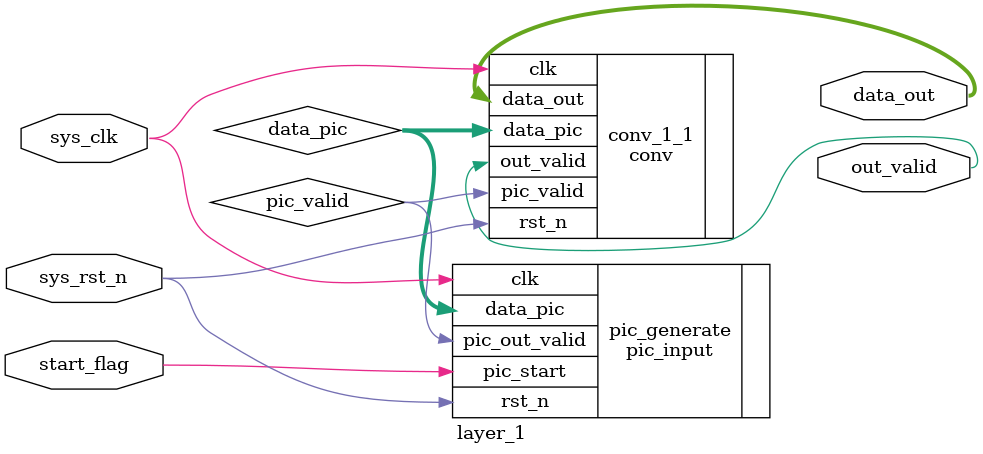
<source format=v>
`timescale 1ns / 1ps
module layer_1
(
    input                 sys_clk     ,
    input                 sys_rst_n   ,
    input                 start_flag  ,  //开始标志
    output    [32:0]      data_out    ,
    output                out_valid
);
    wire        [15:0]      data_pic        ;
    wire                    pic_valid       ;
pic_input   pic_generate(
    .clk            (sys_clk        ),
    .rst_n          (sys_rst_n      ),
    .pic_start      (start_flag     ),

    .pic_out_valid  (pic_valid      ),
    .data_pic       (data_pic       )
);
conv    conv_1_1(
    .clk            (sys_clk        ),
    .rst_n          (sys_rst_n      ),
    .data_pic       (data_pic       ),
    .pic_valid      (pic_valid      ),

    .data_out       (data_out       ),
    .out_valid      (out_valid      )
);
endmodule
</source>
